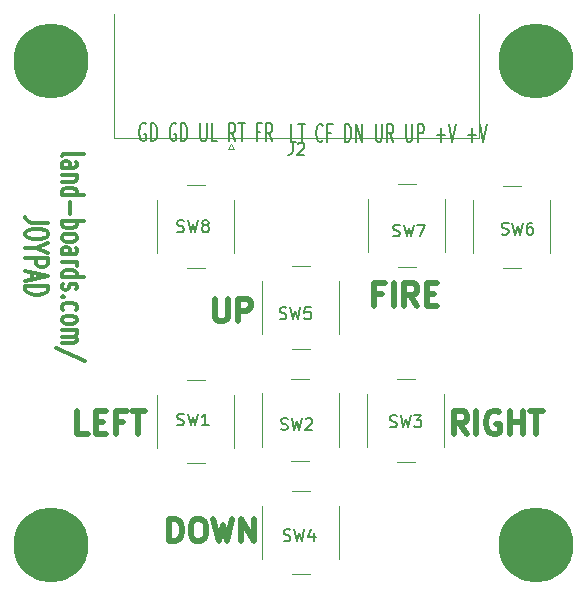
<source format=gto>
G04 #@! TF.GenerationSoftware,KiCad,Pcbnew,(6.0.1)*
G04 #@! TF.CreationDate,2022-08-01T16:31:20-04:00*
G04 #@! TF.ProjectId,JoyPad,4a6f7950-6164-42e6-9b69-6361645f7063,X1*
G04 #@! TF.SameCoordinates,Original*
G04 #@! TF.FileFunction,Legend,Top*
G04 #@! TF.FilePolarity,Positive*
%FSLAX46Y46*%
G04 Gerber Fmt 4.6, Leading zero omitted, Abs format (unit mm)*
G04 Created by KiCad (PCBNEW (6.0.1)) date 2022-08-01 16:31:20*
%MOMM*%
%LPD*%
G01*
G04 APERTURE LIST*
%ADD10C,0.158750*%
%ADD11C,0.476250*%
%ADD12C,0.317500*%
%ADD13C,0.150000*%
%ADD14C,0.120000*%
%ADD15C,6.350000*%
G04 APERTURE END LIST*
D10*
X11969749Y-9359200D02*
X11881454Y-9287771D01*
X11749011Y-9287771D01*
X11616569Y-9359200D01*
X11528273Y-9502057D01*
X11484126Y-9644914D01*
X11439978Y-9930628D01*
X11439978Y-10144914D01*
X11484126Y-10430628D01*
X11528273Y-10573485D01*
X11616569Y-10716342D01*
X11749011Y-10787771D01*
X11837307Y-10787771D01*
X11969749Y-10716342D01*
X12013897Y-10644914D01*
X12013897Y-10144914D01*
X11837307Y-10144914D01*
X12411226Y-10787771D02*
X12411226Y-9287771D01*
X12631964Y-9287771D01*
X12764407Y-9359200D01*
X12852702Y-9502057D01*
X12896849Y-9644914D01*
X12940997Y-9930628D01*
X12940997Y-10144914D01*
X12896849Y-10430628D01*
X12852702Y-10573485D01*
X12764407Y-10716342D01*
X12631964Y-10787771D01*
X12411226Y-10787771D01*
X14530311Y-9359200D02*
X14442016Y-9287771D01*
X14309573Y-9287771D01*
X14177130Y-9359200D01*
X14088835Y-9502057D01*
X14044688Y-9644914D01*
X14000540Y-9930628D01*
X14000540Y-10144914D01*
X14044688Y-10430628D01*
X14088835Y-10573485D01*
X14177130Y-10716342D01*
X14309573Y-10787771D01*
X14397869Y-10787771D01*
X14530311Y-10716342D01*
X14574459Y-10644914D01*
X14574459Y-10144914D01*
X14397869Y-10144914D01*
X14971788Y-10787771D02*
X14971788Y-9287771D01*
X15192526Y-9287771D01*
X15324969Y-9359200D01*
X15413264Y-9502057D01*
X15457411Y-9644914D01*
X15501559Y-9930628D01*
X15501559Y-10144914D01*
X15457411Y-10430628D01*
X15413264Y-10573485D01*
X15324969Y-10716342D01*
X15192526Y-10787771D01*
X14971788Y-10787771D01*
X16605249Y-9287771D02*
X16605249Y-10502057D01*
X16649397Y-10644914D01*
X16693545Y-10716342D01*
X16781840Y-10787771D01*
X16958430Y-10787771D01*
X17046726Y-10716342D01*
X17090873Y-10644914D01*
X17135021Y-10502057D01*
X17135021Y-9287771D01*
X18017973Y-10787771D02*
X17576497Y-10787771D01*
X17576497Y-9287771D01*
X19563140Y-10787771D02*
X19254107Y-10073485D01*
X19033369Y-10787771D02*
X19033369Y-9287771D01*
X19386550Y-9287771D01*
X19474845Y-9359200D01*
X19518992Y-9430628D01*
X19563140Y-9573485D01*
X19563140Y-9787771D01*
X19518992Y-9930628D01*
X19474845Y-10002057D01*
X19386550Y-10073485D01*
X19033369Y-10073485D01*
X19828026Y-9287771D02*
X20357797Y-9287771D01*
X20092911Y-10787771D02*
X20092911Y-9287771D01*
X21682226Y-10002057D02*
X21373192Y-10002057D01*
X21373192Y-10787771D02*
X21373192Y-9287771D01*
X21814669Y-9287771D01*
X22697621Y-10787771D02*
X22388588Y-10073485D01*
X22167850Y-10787771D02*
X22167850Y-9287771D01*
X22521030Y-9287771D01*
X22609326Y-9359200D01*
X22653473Y-9430628D01*
X22697621Y-9573485D01*
X22697621Y-9787771D01*
X22653473Y-9930628D01*
X22609326Y-10002057D01*
X22521030Y-10073485D01*
X22167850Y-10073485D01*
D11*
X17832614Y-24128185D02*
X17832614Y-25670328D01*
X17923328Y-25851757D01*
X18014042Y-25942471D01*
X18195471Y-26033185D01*
X18558328Y-26033185D01*
X18739757Y-25942471D01*
X18830471Y-25851757D01*
X18921185Y-25670328D01*
X18921185Y-24128185D01*
X19828328Y-26033185D02*
X19828328Y-24128185D01*
X20554042Y-24128185D01*
X20735471Y-24218900D01*
X20826185Y-24309614D01*
X20916900Y-24491042D01*
X20916900Y-24763185D01*
X20826185Y-24944614D01*
X20735471Y-25035328D01*
X20554042Y-25126042D01*
X19828328Y-25126042D01*
X13968185Y-44651385D02*
X13968185Y-42746385D01*
X14421757Y-42746385D01*
X14693900Y-42837100D01*
X14875328Y-43018528D01*
X14966042Y-43199957D01*
X15056757Y-43562814D01*
X15056757Y-43834957D01*
X14966042Y-44197814D01*
X14875328Y-44379242D01*
X14693900Y-44560671D01*
X14421757Y-44651385D01*
X13968185Y-44651385D01*
X16236042Y-42746385D02*
X16598900Y-42746385D01*
X16780328Y-42837100D01*
X16961757Y-43018528D01*
X17052471Y-43381385D01*
X17052471Y-44016385D01*
X16961757Y-44379242D01*
X16780328Y-44560671D01*
X16598900Y-44651385D01*
X16236042Y-44651385D01*
X16054614Y-44560671D01*
X15873185Y-44379242D01*
X15782471Y-44016385D01*
X15782471Y-43381385D01*
X15873185Y-43018528D01*
X16054614Y-42837100D01*
X16236042Y-42746385D01*
X17687471Y-42746385D02*
X18141042Y-44651385D01*
X18503900Y-43290671D01*
X18866757Y-44651385D01*
X19320328Y-42746385D01*
X20046042Y-44651385D02*
X20046042Y-42746385D01*
X21134614Y-44651385D01*
X21134614Y-42746385D01*
X7101114Y-35558185D02*
X6193971Y-35558185D01*
X6193971Y-33653185D01*
X7736114Y-34560328D02*
X8371114Y-34560328D01*
X8643257Y-35558185D02*
X7736114Y-35558185D01*
X7736114Y-33653185D01*
X8643257Y-33653185D01*
X10094685Y-34560328D02*
X9459685Y-34560328D01*
X9459685Y-35558185D02*
X9459685Y-33653185D01*
X10366828Y-33653185D01*
X10820400Y-33653185D02*
X11908971Y-33653185D01*
X11364685Y-35558185D02*
X11364685Y-33653185D01*
X39166800Y-35558185D02*
X38531800Y-34651042D01*
X38078228Y-35558185D02*
X38078228Y-33653185D01*
X38803942Y-33653185D01*
X38985371Y-33743900D01*
X39076085Y-33834614D01*
X39166800Y-34016042D01*
X39166800Y-34288185D01*
X39076085Y-34469614D01*
X38985371Y-34560328D01*
X38803942Y-34651042D01*
X38078228Y-34651042D01*
X39983228Y-35558185D02*
X39983228Y-33653185D01*
X41888228Y-33743900D02*
X41706800Y-33653185D01*
X41434657Y-33653185D01*
X41162514Y-33743900D01*
X40981085Y-33925328D01*
X40890371Y-34106757D01*
X40799657Y-34469614D01*
X40799657Y-34741757D01*
X40890371Y-35104614D01*
X40981085Y-35286042D01*
X41162514Y-35467471D01*
X41434657Y-35558185D01*
X41616085Y-35558185D01*
X41888228Y-35467471D01*
X41978942Y-35376757D01*
X41978942Y-34741757D01*
X41616085Y-34741757D01*
X42795371Y-35558185D02*
X42795371Y-33653185D01*
X42795371Y-34560328D02*
X43883942Y-34560328D01*
X43883942Y-35558185D02*
X43883942Y-33653185D01*
X44518942Y-33653185D02*
X45607514Y-33653185D01*
X45063228Y-35558185D02*
X45063228Y-33653185D01*
X31964085Y-23714528D02*
X31329085Y-23714528D01*
X31329085Y-24712385D02*
X31329085Y-22807385D01*
X32236228Y-22807385D01*
X32961942Y-24712385D02*
X32961942Y-22807385D01*
X34957657Y-24712385D02*
X34322657Y-23805242D01*
X33869085Y-24712385D02*
X33869085Y-22807385D01*
X34594800Y-22807385D01*
X34776228Y-22898100D01*
X34866942Y-22988814D01*
X34957657Y-23170242D01*
X34957657Y-23442385D01*
X34866942Y-23623814D01*
X34776228Y-23714528D01*
X34594800Y-23805242D01*
X33869085Y-23805242D01*
X35774085Y-23714528D02*
X36409085Y-23714528D01*
X36681228Y-24712385D02*
X35774085Y-24712385D01*
X35774085Y-22807385D01*
X36681228Y-22807385D01*
D12*
X4862739Y-12026295D02*
X4953453Y-11905342D01*
X5134882Y-11844866D01*
X6767739Y-11844866D01*
X4862739Y-13054390D02*
X5860596Y-13054390D01*
X6042025Y-12993914D01*
X6132739Y-12872961D01*
X6132739Y-12631057D01*
X6042025Y-12510104D01*
X4953453Y-13054390D02*
X4862739Y-12933438D01*
X4862739Y-12631057D01*
X4953453Y-12510104D01*
X5134882Y-12449628D01*
X5316310Y-12449628D01*
X5497739Y-12510104D01*
X5588453Y-12631057D01*
X5588453Y-12933438D01*
X5679167Y-13054390D01*
X6132739Y-13659152D02*
X4862739Y-13659152D01*
X5951310Y-13659152D02*
X6042025Y-13719628D01*
X6132739Y-13840580D01*
X6132739Y-14022009D01*
X6042025Y-14142961D01*
X5860596Y-14203438D01*
X4862739Y-14203438D01*
X4862739Y-15352485D02*
X6767739Y-15352485D01*
X4953453Y-15352485D02*
X4862739Y-15231533D01*
X4862739Y-14989628D01*
X4953453Y-14868676D01*
X5044167Y-14808199D01*
X5225596Y-14747723D01*
X5769882Y-14747723D01*
X5951310Y-14808199D01*
X6042025Y-14868676D01*
X6132739Y-14989628D01*
X6132739Y-15231533D01*
X6042025Y-15352485D01*
X5588453Y-15957247D02*
X5588453Y-16924866D01*
X4862739Y-17529628D02*
X6767739Y-17529628D01*
X6042025Y-17529628D02*
X6132739Y-17650580D01*
X6132739Y-17892485D01*
X6042025Y-18013438D01*
X5951310Y-18073914D01*
X5769882Y-18134390D01*
X5225596Y-18134390D01*
X5044167Y-18073914D01*
X4953453Y-18013438D01*
X4862739Y-17892485D01*
X4862739Y-17650580D01*
X4953453Y-17529628D01*
X4862739Y-18860104D02*
X4953453Y-18739152D01*
X5044167Y-18678676D01*
X5225596Y-18618200D01*
X5769882Y-18618200D01*
X5951310Y-18678676D01*
X6042025Y-18739152D01*
X6132739Y-18860104D01*
X6132739Y-19041533D01*
X6042025Y-19162485D01*
X5951310Y-19222961D01*
X5769882Y-19283438D01*
X5225596Y-19283438D01*
X5044167Y-19222961D01*
X4953453Y-19162485D01*
X4862739Y-19041533D01*
X4862739Y-18860104D01*
X4862739Y-20372009D02*
X5860596Y-20372009D01*
X6042025Y-20311533D01*
X6132739Y-20190580D01*
X6132739Y-19948676D01*
X6042025Y-19827723D01*
X4953453Y-20372009D02*
X4862739Y-20251057D01*
X4862739Y-19948676D01*
X4953453Y-19827723D01*
X5134882Y-19767247D01*
X5316310Y-19767247D01*
X5497739Y-19827723D01*
X5588453Y-19948676D01*
X5588453Y-20251057D01*
X5679167Y-20372009D01*
X4862739Y-20976771D02*
X6132739Y-20976771D01*
X5769882Y-20976771D02*
X5951310Y-21037247D01*
X6042025Y-21097723D01*
X6132739Y-21218676D01*
X6132739Y-21339628D01*
X4862739Y-22307247D02*
X6767739Y-22307247D01*
X4953453Y-22307247D02*
X4862739Y-22186295D01*
X4862739Y-21944390D01*
X4953453Y-21823438D01*
X5044167Y-21762961D01*
X5225596Y-21702485D01*
X5769882Y-21702485D01*
X5951310Y-21762961D01*
X6042025Y-21823438D01*
X6132739Y-21944390D01*
X6132739Y-22186295D01*
X6042025Y-22307247D01*
X4953453Y-22851533D02*
X4862739Y-22972485D01*
X4862739Y-23214390D01*
X4953453Y-23335342D01*
X5134882Y-23395819D01*
X5225596Y-23395819D01*
X5407024Y-23335342D01*
X5497739Y-23214390D01*
X5497739Y-23032961D01*
X5588453Y-22912009D01*
X5769882Y-22851533D01*
X5860596Y-22851533D01*
X6042025Y-22912009D01*
X6132739Y-23032961D01*
X6132739Y-23214390D01*
X6042024Y-23335342D01*
X5044167Y-23940104D02*
X4953453Y-24000580D01*
X4862739Y-23940104D01*
X4953453Y-23879628D01*
X5044167Y-23940104D01*
X4862739Y-23940104D01*
X4953453Y-25089152D02*
X4862739Y-24968200D01*
X4862739Y-24726295D01*
X4953453Y-24605342D01*
X5044167Y-24544866D01*
X5225596Y-24484390D01*
X5769882Y-24484390D01*
X5951310Y-24544866D01*
X6042024Y-24605342D01*
X6132739Y-24726295D01*
X6132739Y-24968200D01*
X6042024Y-25089152D01*
X4862739Y-25814866D02*
X4953453Y-25693914D01*
X5044167Y-25633438D01*
X5225596Y-25572961D01*
X5769882Y-25572961D01*
X5951310Y-25633438D01*
X6042024Y-25693914D01*
X6132739Y-25814866D01*
X6132739Y-25996295D01*
X6042024Y-26117247D01*
X5951310Y-26177723D01*
X5769882Y-26238200D01*
X5225596Y-26238200D01*
X5044167Y-26177723D01*
X4953453Y-26117247D01*
X4862739Y-25996295D01*
X4862739Y-25814866D01*
X4862739Y-26782485D02*
X6132739Y-26782485D01*
X5951310Y-26782485D02*
X6042024Y-26842961D01*
X6132739Y-26963914D01*
X6132739Y-27145342D01*
X6042024Y-27266295D01*
X5860596Y-27326771D01*
X4862739Y-27326771D01*
X5860596Y-27326771D02*
X6042024Y-27387247D01*
X6132739Y-27508200D01*
X6132739Y-27689628D01*
X6042024Y-27810580D01*
X5860596Y-27871057D01*
X4862739Y-27871057D01*
X6858453Y-29382961D02*
X4409167Y-28294390D01*
X3700689Y-17680819D02*
X2339975Y-17680819D01*
X2067832Y-17620342D01*
X1886403Y-17499390D01*
X1795689Y-17317961D01*
X1795689Y-17197009D01*
X3700689Y-18527485D02*
X3700689Y-18769390D01*
X3609975Y-18890342D01*
X3428546Y-19011295D01*
X3065689Y-19071771D01*
X2430689Y-19071771D01*
X2067832Y-19011295D01*
X1886403Y-18890342D01*
X1795689Y-18769390D01*
X1795689Y-18527485D01*
X1886403Y-18406533D01*
X2067832Y-18285580D01*
X2430689Y-18225104D01*
X3065689Y-18225104D01*
X3428546Y-18285580D01*
X3609975Y-18406533D01*
X3700689Y-18527485D01*
X2702832Y-19857961D02*
X1795689Y-19857961D01*
X3700689Y-19434628D02*
X2702832Y-19857961D01*
X3700689Y-20281295D01*
X1795689Y-20704628D02*
X3700689Y-20704628D01*
X3700689Y-21188438D01*
X3609975Y-21309390D01*
X3519260Y-21369866D01*
X3337832Y-21430342D01*
X3065689Y-21430342D01*
X2884260Y-21369866D01*
X2793546Y-21309390D01*
X2702832Y-21188438D01*
X2702832Y-20704628D01*
X2339975Y-21914152D02*
X2339974Y-22518914D01*
X1795689Y-21793200D02*
X3700689Y-22216533D01*
X1795689Y-22639866D01*
X1795689Y-23063200D02*
X3700689Y-23063200D01*
X3700689Y-23365580D01*
X3609974Y-23547009D01*
X3428546Y-23667961D01*
X3247117Y-23728438D01*
X2884260Y-23788914D01*
X2612117Y-23788914D01*
X2249260Y-23728438D01*
X2067832Y-23667961D01*
X1886403Y-23547009D01*
X1795689Y-23365580D01*
X1795689Y-23063200D01*
D10*
X24729470Y-10838571D02*
X24291017Y-10838571D01*
X24291017Y-9338571D01*
X24904851Y-9338571D02*
X25430994Y-9338571D01*
X25167922Y-10838571D02*
X25167922Y-9338571D01*
X26965577Y-10695714D02*
X26921732Y-10767142D01*
X26790196Y-10838571D01*
X26702505Y-10838571D01*
X26570970Y-10767142D01*
X26483279Y-10624285D01*
X26439434Y-10481428D01*
X26395589Y-10195714D01*
X26395589Y-9981428D01*
X26439434Y-9695714D01*
X26483279Y-9552857D01*
X26570970Y-9410000D01*
X26702505Y-9338571D01*
X26790196Y-9338571D01*
X26921732Y-9410000D01*
X26965577Y-9481428D01*
X27667101Y-10052857D02*
X27360184Y-10052857D01*
X27360184Y-10838571D02*
X27360184Y-9338571D01*
X27798636Y-9338571D01*
X28850922Y-10838571D02*
X28850922Y-9338571D01*
X29070148Y-9338571D01*
X29201684Y-9410000D01*
X29289375Y-9552857D01*
X29333220Y-9695714D01*
X29377065Y-9981428D01*
X29377065Y-10195714D01*
X29333220Y-10481428D01*
X29289375Y-10624285D01*
X29201684Y-10767142D01*
X29070148Y-10838571D01*
X28850922Y-10838571D01*
X29771672Y-10838571D02*
X29771672Y-9338571D01*
X30297815Y-10838571D01*
X30297815Y-9338571D01*
X31437791Y-9338571D02*
X31437791Y-10552857D01*
X31481636Y-10695714D01*
X31525482Y-10767142D01*
X31613172Y-10838571D01*
X31788553Y-10838571D01*
X31876244Y-10767142D01*
X31920089Y-10695714D01*
X31963934Y-10552857D01*
X31963934Y-9338571D01*
X32928529Y-10838571D02*
X32621613Y-10124285D01*
X32402386Y-10838571D02*
X32402386Y-9338571D01*
X32753148Y-9338571D01*
X32840839Y-9410000D01*
X32884684Y-9481428D01*
X32928529Y-9624285D01*
X32928529Y-9838571D01*
X32884684Y-9981428D01*
X32840839Y-10052857D01*
X32753148Y-10124285D01*
X32402386Y-10124285D01*
X34024660Y-9338571D02*
X34024660Y-10552857D01*
X34068505Y-10695714D01*
X34112351Y-10767142D01*
X34200041Y-10838571D01*
X34375422Y-10838571D01*
X34463113Y-10767142D01*
X34506958Y-10695714D01*
X34550803Y-10552857D01*
X34550803Y-9338571D01*
X34989255Y-10838571D02*
X34989255Y-9338571D01*
X35340017Y-9338571D01*
X35427708Y-9410000D01*
X35471553Y-9481428D01*
X35515398Y-9624285D01*
X35515398Y-9838571D01*
X35471553Y-9981428D01*
X35427708Y-10052857D01*
X35340017Y-10124285D01*
X34989255Y-10124285D01*
X36611529Y-10267142D02*
X37313053Y-10267142D01*
X36962291Y-10838571D02*
X36962291Y-9695714D01*
X37619970Y-9338571D02*
X37926886Y-10838571D01*
X38233803Y-9338571D01*
X39242244Y-10267142D02*
X39943767Y-10267142D01*
X39593005Y-10838571D02*
X39593005Y-9695714D01*
X40250684Y-9338571D02*
X40557601Y-10838571D01*
X40864517Y-9338571D01*
D13*
X24409066Y-10924780D02*
X24409066Y-11639066D01*
X24361447Y-11781923D01*
X24266209Y-11877161D01*
X24123352Y-11924780D01*
X24028114Y-11924780D01*
X24837638Y-11020019D02*
X24885257Y-10972400D01*
X24980495Y-10924780D01*
X25218590Y-10924780D01*
X25313828Y-10972400D01*
X25361447Y-11020019D01*
X25409066Y-11115257D01*
X25409066Y-11210495D01*
X25361447Y-11353352D01*
X24790019Y-11924780D01*
X25409066Y-11924780D01*
X42126066Y-18641961D02*
X42268923Y-18689580D01*
X42507019Y-18689580D01*
X42602257Y-18641961D01*
X42649876Y-18594342D01*
X42697495Y-18499104D01*
X42697495Y-18403866D01*
X42649876Y-18308628D01*
X42602257Y-18261009D01*
X42507019Y-18213390D01*
X42316542Y-18165771D01*
X42221304Y-18118152D01*
X42173685Y-18070533D01*
X42126066Y-17975295D01*
X42126066Y-17880057D01*
X42173685Y-17784819D01*
X42221304Y-17737200D01*
X42316542Y-17689580D01*
X42554638Y-17689580D01*
X42697495Y-17737200D01*
X43030828Y-17689580D02*
X43268923Y-18689580D01*
X43459400Y-17975295D01*
X43649876Y-18689580D01*
X43887971Y-17689580D01*
X44697495Y-17689580D02*
X44507019Y-17689580D01*
X44411780Y-17737200D01*
X44364161Y-17784819D01*
X44268923Y-17927676D01*
X44221304Y-18118152D01*
X44221304Y-18499104D01*
X44268923Y-18594342D01*
X44316542Y-18641961D01*
X44411780Y-18689580D01*
X44602257Y-18689580D01*
X44697495Y-18641961D01*
X44745114Y-18594342D01*
X44792733Y-18499104D01*
X44792733Y-18261009D01*
X44745114Y-18165771D01*
X44697495Y-18118152D01*
X44602257Y-18070533D01*
X44411780Y-18070533D01*
X44316542Y-18118152D01*
X44268923Y-18165771D01*
X44221304Y-18261009D01*
X14628466Y-34802961D02*
X14771323Y-34850580D01*
X15009419Y-34850580D01*
X15104657Y-34802961D01*
X15152276Y-34755342D01*
X15199895Y-34660104D01*
X15199895Y-34564866D01*
X15152276Y-34469628D01*
X15104657Y-34422009D01*
X15009419Y-34374390D01*
X14818942Y-34326771D01*
X14723704Y-34279152D01*
X14676085Y-34231533D01*
X14628466Y-34136295D01*
X14628466Y-34041057D01*
X14676085Y-33945819D01*
X14723704Y-33898200D01*
X14818942Y-33850580D01*
X15057038Y-33850580D01*
X15199895Y-33898200D01*
X15533228Y-33850580D02*
X15771323Y-34850580D01*
X15961800Y-34136295D01*
X16152276Y-34850580D01*
X16390371Y-33850580D01*
X17295133Y-34850580D02*
X16723704Y-34850580D01*
X17009419Y-34850580D02*
X17009419Y-33850580D01*
X16914180Y-33993438D01*
X16818942Y-34088676D01*
X16723704Y-34136295D01*
X23431666Y-35183961D02*
X23574523Y-35231580D01*
X23812619Y-35231580D01*
X23907857Y-35183961D01*
X23955476Y-35136342D01*
X24003095Y-35041104D01*
X24003095Y-34945866D01*
X23955476Y-34850628D01*
X23907857Y-34803009D01*
X23812619Y-34755390D01*
X23622142Y-34707771D01*
X23526904Y-34660152D01*
X23479285Y-34612533D01*
X23431666Y-34517295D01*
X23431666Y-34422057D01*
X23479285Y-34326819D01*
X23526904Y-34279200D01*
X23622142Y-34231580D01*
X23860238Y-34231580D01*
X24003095Y-34279200D01*
X24336428Y-34231580D02*
X24574523Y-35231580D01*
X24765000Y-34517295D01*
X24955476Y-35231580D01*
X25193571Y-34231580D01*
X25526904Y-34326819D02*
X25574523Y-34279200D01*
X25669761Y-34231580D01*
X25907857Y-34231580D01*
X26003095Y-34279200D01*
X26050714Y-34326819D01*
X26098333Y-34422057D01*
X26098333Y-34517295D01*
X26050714Y-34660152D01*
X25479285Y-35231580D01*
X26098333Y-35231580D01*
X32651866Y-34955361D02*
X32794723Y-35002980D01*
X33032819Y-35002980D01*
X33128057Y-34955361D01*
X33175676Y-34907742D01*
X33223295Y-34812504D01*
X33223295Y-34717266D01*
X33175676Y-34622028D01*
X33128057Y-34574409D01*
X33032819Y-34526790D01*
X32842342Y-34479171D01*
X32747104Y-34431552D01*
X32699485Y-34383933D01*
X32651866Y-34288695D01*
X32651866Y-34193457D01*
X32699485Y-34098219D01*
X32747104Y-34050600D01*
X32842342Y-34002980D01*
X33080438Y-34002980D01*
X33223295Y-34050600D01*
X33556628Y-34002980D02*
X33794723Y-35002980D01*
X33985200Y-34288695D01*
X34175676Y-35002980D01*
X34413771Y-34002980D01*
X34699485Y-34002980D02*
X35318533Y-34002980D01*
X34985200Y-34383933D01*
X35128057Y-34383933D01*
X35223295Y-34431552D01*
X35270914Y-34479171D01*
X35318533Y-34574409D01*
X35318533Y-34812504D01*
X35270914Y-34907742D01*
X35223295Y-34955361D01*
X35128057Y-35002980D01*
X34842342Y-35002980D01*
X34747104Y-34955361D01*
X34699485Y-34907742D01*
X23651866Y-44596761D02*
X23794723Y-44644380D01*
X24032819Y-44644380D01*
X24128057Y-44596761D01*
X24175676Y-44549142D01*
X24223295Y-44453904D01*
X24223295Y-44358666D01*
X24175676Y-44263428D01*
X24128057Y-44215809D01*
X24032819Y-44168190D01*
X23842342Y-44120571D01*
X23747104Y-44072952D01*
X23699485Y-44025333D01*
X23651866Y-43930095D01*
X23651866Y-43834857D01*
X23699485Y-43739619D01*
X23747104Y-43692000D01*
X23842342Y-43644380D01*
X24080438Y-43644380D01*
X24223295Y-43692000D01*
X24556628Y-43644380D02*
X24794723Y-44644380D01*
X24985200Y-43930095D01*
X25175676Y-44644380D01*
X25413771Y-43644380D01*
X26223295Y-43977714D02*
X26223295Y-44644380D01*
X25985200Y-43596761D02*
X25747104Y-44311047D01*
X26366152Y-44311047D01*
X23315266Y-25800761D02*
X23458123Y-25848380D01*
X23696219Y-25848380D01*
X23791457Y-25800761D01*
X23839076Y-25753142D01*
X23886695Y-25657904D01*
X23886695Y-25562666D01*
X23839076Y-25467428D01*
X23791457Y-25419809D01*
X23696219Y-25372190D01*
X23505742Y-25324571D01*
X23410504Y-25276952D01*
X23362885Y-25229333D01*
X23315266Y-25134095D01*
X23315266Y-25038857D01*
X23362885Y-24943619D01*
X23410504Y-24896000D01*
X23505742Y-24848380D01*
X23743838Y-24848380D01*
X23886695Y-24896000D01*
X24220028Y-24848380D02*
X24458123Y-25848380D01*
X24648600Y-25134095D01*
X24839076Y-25848380D01*
X25077171Y-24848380D01*
X25934314Y-24848380D02*
X25458123Y-24848380D01*
X25410504Y-25324571D01*
X25458123Y-25276952D01*
X25553361Y-25229333D01*
X25791457Y-25229333D01*
X25886695Y-25276952D01*
X25934314Y-25324571D01*
X25981933Y-25419809D01*
X25981933Y-25657904D01*
X25934314Y-25753142D01*
X25886695Y-25800761D01*
X25791457Y-25848380D01*
X25553361Y-25848380D01*
X25458123Y-25800761D01*
X25410504Y-25753142D01*
X32931266Y-18794361D02*
X33074123Y-18841980D01*
X33312219Y-18841980D01*
X33407457Y-18794361D01*
X33455076Y-18746742D01*
X33502695Y-18651504D01*
X33502695Y-18556266D01*
X33455076Y-18461028D01*
X33407457Y-18413409D01*
X33312219Y-18365790D01*
X33121742Y-18318171D01*
X33026504Y-18270552D01*
X32978885Y-18222933D01*
X32931266Y-18127695D01*
X32931266Y-18032457D01*
X32978885Y-17937219D01*
X33026504Y-17889600D01*
X33121742Y-17841980D01*
X33359838Y-17841980D01*
X33502695Y-17889600D01*
X33836028Y-17841980D02*
X34074123Y-18841980D01*
X34264600Y-18127695D01*
X34455076Y-18841980D01*
X34693171Y-17841980D01*
X34978885Y-17841980D02*
X35645552Y-17841980D01*
X35216980Y-18841980D01*
X14643266Y-18438761D02*
X14786123Y-18486380D01*
X15024219Y-18486380D01*
X15119457Y-18438761D01*
X15167076Y-18391142D01*
X15214695Y-18295904D01*
X15214695Y-18200666D01*
X15167076Y-18105428D01*
X15119457Y-18057809D01*
X15024219Y-18010190D01*
X14833742Y-17962571D01*
X14738504Y-17914952D01*
X14690885Y-17867333D01*
X14643266Y-17772095D01*
X14643266Y-17676857D01*
X14690885Y-17581619D01*
X14738504Y-17534000D01*
X14833742Y-17486380D01*
X15071838Y-17486380D01*
X15214695Y-17534000D01*
X15548028Y-17486380D02*
X15786123Y-18486380D01*
X15976600Y-17772095D01*
X16167076Y-18486380D01*
X16405171Y-17486380D01*
X16928980Y-17914952D02*
X16833742Y-17867333D01*
X16786123Y-17819714D01*
X16738504Y-17724476D01*
X16738504Y-17676857D01*
X16786123Y-17581619D01*
X16833742Y-17534000D01*
X16928980Y-17486380D01*
X17119457Y-17486380D01*
X17214695Y-17534000D01*
X17262314Y-17581619D01*
X17309933Y-17676857D01*
X17309933Y-17724476D01*
X17262314Y-17819714D01*
X17214695Y-17867333D01*
X17119457Y-17914952D01*
X16928980Y-17914952D01*
X16833742Y-17962571D01*
X16786123Y-18010190D01*
X16738504Y-18105428D01*
X16738504Y-18295904D01*
X16786123Y-18391142D01*
X16833742Y-18438761D01*
X16928980Y-18486380D01*
X17119457Y-18486380D01*
X17214695Y-18438761D01*
X17262314Y-18391142D01*
X17309933Y-18295904D01*
X17309933Y-18105428D01*
X17262314Y-18010190D01*
X17214695Y-17962571D01*
X17119457Y-17914952D01*
D14*
X19202400Y-10993725D02*
X19452400Y-11426738D01*
X40227400Y-52400D02*
X40227400Y-10532400D01*
X19452400Y-11426738D02*
X18952400Y-11426738D01*
X18952400Y-11426738D02*
X19202400Y-10993725D01*
X40227400Y-10532400D02*
X9257400Y-10532400D01*
X9257400Y-10532400D02*
X9257400Y-52400D01*
X46212000Y-20296000D02*
X46212000Y-15796000D01*
X43712000Y-14546000D02*
X42212000Y-14546000D01*
X39712000Y-15796000D02*
X39712000Y-20296000D01*
X42212000Y-21546000D02*
X43712000Y-21546000D01*
X12955200Y-32244400D02*
X12955200Y-36744400D01*
X16955200Y-30994400D02*
X15455200Y-30994400D01*
X19455200Y-36744400D02*
X19455200Y-32244400D01*
X15455200Y-37994400D02*
X16955200Y-37994400D01*
X24309200Y-37892800D02*
X25809200Y-37892800D01*
X25809200Y-30892800D02*
X24309200Y-30892800D01*
X28309200Y-36642800D02*
X28309200Y-32142800D01*
X21809200Y-32142800D02*
X21809200Y-36642800D01*
X33250000Y-37943600D02*
X34750000Y-37943600D01*
X30750000Y-32193600D02*
X30750000Y-36693600D01*
X37250000Y-36693600D02*
X37250000Y-32193600D01*
X34750000Y-30943600D02*
X33250000Y-30943600D01*
X24345200Y-47442000D02*
X25845200Y-47442000D01*
X21845200Y-41692000D02*
X21845200Y-46192000D01*
X25845200Y-40442000D02*
X24345200Y-40442000D01*
X28345200Y-46192000D02*
X28345200Y-41692000D01*
X28345200Y-27091200D02*
X28345200Y-22591200D01*
X24345200Y-28341200D02*
X25845200Y-28341200D01*
X25845200Y-21341200D02*
X24345200Y-21341200D01*
X21845200Y-22591200D02*
X21845200Y-27091200D01*
X30822000Y-15668000D02*
X30822000Y-20168000D01*
X34822000Y-14418000D02*
X33322000Y-14418000D01*
X37322000Y-20168000D02*
X37322000Y-15668000D01*
X33322000Y-21418000D02*
X34822000Y-21418000D01*
X16970000Y-14522000D02*
X15470000Y-14522000D01*
X19470000Y-20272000D02*
X19470000Y-15772000D01*
X12970000Y-15772000D02*
X12970000Y-20272000D01*
X15470000Y-21522000D02*
X16970000Y-21522000D01*
D15*
X4000000Y-4000000D03*
X45000000Y-4000000D03*
X4000000Y-45000000D03*
X45000000Y-45000000D03*
M02*

</source>
